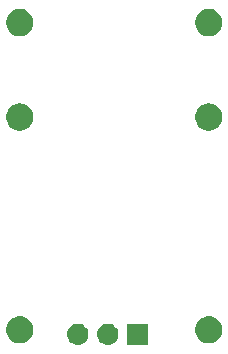
<source format=gbs>
G04 #@! TF.GenerationSoftware,KiCad,Pcbnew,(5.1.2)-1*
G04 #@! TF.CreationDate,2020-07-25T21:03:26+09:00*
G04 #@! TF.ProjectId,cs,63732e6b-6963-4616-945f-706362585858,v1.1*
G04 #@! TF.SameCoordinates,Original*
G04 #@! TF.FileFunction,Soldermask,Bot*
G04 #@! TF.FilePolarity,Negative*
%FSLAX46Y46*%
G04 Gerber Fmt 4.6, Leading zero omitted, Abs format (unit mm)*
G04 Created by KiCad (PCBNEW (5.1.2)-1) date 2020-07-25 21:03:26*
%MOMM*%
%LPD*%
G04 APERTURE LIST*
%ADD10C,0.100000*%
G04 APERTURE END LIST*
D10*
G36*
X144570442Y-137505518D02*
G01*
X144636627Y-137512037D01*
X144806466Y-137563557D01*
X144962991Y-137647222D01*
X144983759Y-137664266D01*
X145100186Y-137759814D01*
X145183448Y-137861271D01*
X145212778Y-137897009D01*
X145296443Y-138053534D01*
X145347963Y-138223373D01*
X145365359Y-138400000D01*
X145347963Y-138576627D01*
X145296443Y-138746466D01*
X145212778Y-138902991D01*
X145183448Y-138938729D01*
X145100186Y-139040186D01*
X145019054Y-139106768D01*
X144962991Y-139152778D01*
X144806466Y-139236443D01*
X144636627Y-139287963D01*
X144570443Y-139294481D01*
X144504260Y-139301000D01*
X144415740Y-139301000D01*
X144349557Y-139294481D01*
X144283373Y-139287963D01*
X144113534Y-139236443D01*
X143957009Y-139152778D01*
X143900946Y-139106768D01*
X143819814Y-139040186D01*
X143736552Y-138938729D01*
X143707222Y-138902991D01*
X143623557Y-138746466D01*
X143572037Y-138576627D01*
X143554641Y-138400000D01*
X143572037Y-138223373D01*
X143623557Y-138053534D01*
X143707222Y-137897009D01*
X143736552Y-137861271D01*
X143819814Y-137759814D01*
X143936241Y-137664266D01*
X143957009Y-137647222D01*
X144113534Y-137563557D01*
X144283373Y-137512037D01*
X144349558Y-137505518D01*
X144415740Y-137499000D01*
X144504260Y-137499000D01*
X144570442Y-137505518D01*
X144570442Y-137505518D01*
G37*
G36*
X147901000Y-139301000D02*
G01*
X146099000Y-139301000D01*
X146099000Y-137499000D01*
X147901000Y-137499000D01*
X147901000Y-139301000D01*
X147901000Y-139301000D01*
G37*
G36*
X142030442Y-137505518D02*
G01*
X142096627Y-137512037D01*
X142266466Y-137563557D01*
X142422991Y-137647222D01*
X142443759Y-137664266D01*
X142560186Y-137759814D01*
X142643448Y-137861271D01*
X142672778Y-137897009D01*
X142756443Y-138053534D01*
X142807963Y-138223373D01*
X142825359Y-138400000D01*
X142807963Y-138576627D01*
X142756443Y-138746466D01*
X142672778Y-138902991D01*
X142643448Y-138938729D01*
X142560186Y-139040186D01*
X142479054Y-139106768D01*
X142422991Y-139152778D01*
X142266466Y-139236443D01*
X142096627Y-139287963D01*
X142030443Y-139294481D01*
X141964260Y-139301000D01*
X141875740Y-139301000D01*
X141809557Y-139294481D01*
X141743373Y-139287963D01*
X141573534Y-139236443D01*
X141417009Y-139152778D01*
X141360946Y-139106768D01*
X141279814Y-139040186D01*
X141196552Y-138938729D01*
X141167222Y-138902991D01*
X141083557Y-138746466D01*
X141032037Y-138576627D01*
X141014641Y-138400000D01*
X141032037Y-138223373D01*
X141083557Y-138053534D01*
X141167222Y-137897009D01*
X141196552Y-137861271D01*
X141279814Y-137759814D01*
X141396241Y-137664266D01*
X141417009Y-137647222D01*
X141573534Y-137563557D01*
X141743373Y-137512037D01*
X141809558Y-137505518D01*
X141875740Y-137499000D01*
X141964260Y-137499000D01*
X142030442Y-137505518D01*
X142030442Y-137505518D01*
G37*
G36*
X137224549Y-136871116D02*
G01*
X137335734Y-136893232D01*
X137545203Y-136979997D01*
X137733720Y-137105960D01*
X137894040Y-137266280D01*
X138020003Y-137454797D01*
X138106768Y-137664266D01*
X138151000Y-137886636D01*
X138151000Y-138113364D01*
X138106768Y-138335734D01*
X138020003Y-138545203D01*
X137894040Y-138733720D01*
X137733720Y-138894040D01*
X137545203Y-139020003D01*
X137335734Y-139106768D01*
X137224549Y-139128884D01*
X137113365Y-139151000D01*
X136886635Y-139151000D01*
X136775451Y-139128884D01*
X136664266Y-139106768D01*
X136454797Y-139020003D01*
X136266280Y-138894040D01*
X136105960Y-138733720D01*
X135979997Y-138545203D01*
X135893232Y-138335734D01*
X135849000Y-138113364D01*
X135849000Y-137886636D01*
X135893232Y-137664266D01*
X135979997Y-137454797D01*
X136105960Y-137266280D01*
X136266280Y-137105960D01*
X136454797Y-136979997D01*
X136664266Y-136893232D01*
X136775451Y-136871116D01*
X136886635Y-136849000D01*
X137113365Y-136849000D01*
X137224549Y-136871116D01*
X137224549Y-136871116D01*
G37*
G36*
X153224549Y-136871116D02*
G01*
X153335734Y-136893232D01*
X153545203Y-136979997D01*
X153733720Y-137105960D01*
X153894040Y-137266280D01*
X154020003Y-137454797D01*
X154106768Y-137664266D01*
X154151000Y-137886636D01*
X154151000Y-138113364D01*
X154106768Y-138335734D01*
X154020003Y-138545203D01*
X153894040Y-138733720D01*
X153733720Y-138894040D01*
X153545203Y-139020003D01*
X153335734Y-139106768D01*
X153224549Y-139128884D01*
X153113365Y-139151000D01*
X152886635Y-139151000D01*
X152775451Y-139128884D01*
X152664266Y-139106768D01*
X152454797Y-139020003D01*
X152266280Y-138894040D01*
X152105960Y-138733720D01*
X151979997Y-138545203D01*
X151893232Y-138335734D01*
X151849000Y-138113364D01*
X151849000Y-137886636D01*
X151893232Y-137664266D01*
X151979997Y-137454797D01*
X152105960Y-137266280D01*
X152266280Y-137105960D01*
X152454797Y-136979997D01*
X152664266Y-136893232D01*
X152775451Y-136871116D01*
X152886635Y-136849000D01*
X153113365Y-136849000D01*
X153224549Y-136871116D01*
X153224549Y-136871116D01*
G37*
G36*
X153224549Y-118871116D02*
G01*
X153335734Y-118893232D01*
X153545203Y-118979997D01*
X153733720Y-119105960D01*
X153894040Y-119266280D01*
X154020003Y-119454797D01*
X154106768Y-119664266D01*
X154151000Y-119886636D01*
X154151000Y-120113364D01*
X154106768Y-120335734D01*
X154020003Y-120545203D01*
X153894040Y-120733720D01*
X153733720Y-120894040D01*
X153545203Y-121020003D01*
X153335734Y-121106768D01*
X153224549Y-121128884D01*
X153113365Y-121151000D01*
X152886635Y-121151000D01*
X152775451Y-121128884D01*
X152664266Y-121106768D01*
X152454797Y-121020003D01*
X152266280Y-120894040D01*
X152105960Y-120733720D01*
X151979997Y-120545203D01*
X151893232Y-120335734D01*
X151849000Y-120113364D01*
X151849000Y-119886636D01*
X151893232Y-119664266D01*
X151979997Y-119454797D01*
X152105960Y-119266280D01*
X152266280Y-119105960D01*
X152454797Y-118979997D01*
X152664266Y-118893232D01*
X152775451Y-118871116D01*
X152886635Y-118849000D01*
X153113365Y-118849000D01*
X153224549Y-118871116D01*
X153224549Y-118871116D01*
G37*
G36*
X137224549Y-118871116D02*
G01*
X137335734Y-118893232D01*
X137545203Y-118979997D01*
X137733720Y-119105960D01*
X137894040Y-119266280D01*
X138020003Y-119454797D01*
X138106768Y-119664266D01*
X138151000Y-119886636D01*
X138151000Y-120113364D01*
X138106768Y-120335734D01*
X138020003Y-120545203D01*
X137894040Y-120733720D01*
X137733720Y-120894040D01*
X137545203Y-121020003D01*
X137335734Y-121106768D01*
X137224549Y-121128884D01*
X137113365Y-121151000D01*
X136886635Y-121151000D01*
X136775451Y-121128884D01*
X136664266Y-121106768D01*
X136454797Y-121020003D01*
X136266280Y-120894040D01*
X136105960Y-120733720D01*
X135979997Y-120545203D01*
X135893232Y-120335734D01*
X135849000Y-120113364D01*
X135849000Y-119886636D01*
X135893232Y-119664266D01*
X135979997Y-119454797D01*
X136105960Y-119266280D01*
X136266280Y-119105960D01*
X136454797Y-118979997D01*
X136664266Y-118893232D01*
X136775451Y-118871116D01*
X136886635Y-118849000D01*
X137113365Y-118849000D01*
X137224549Y-118871116D01*
X137224549Y-118871116D01*
G37*
G36*
X153224549Y-110871116D02*
G01*
X153335734Y-110893232D01*
X153545203Y-110979997D01*
X153733720Y-111105960D01*
X153894040Y-111266280D01*
X154020003Y-111454797D01*
X154106768Y-111664266D01*
X154151000Y-111886636D01*
X154151000Y-112113364D01*
X154106768Y-112335734D01*
X154020003Y-112545203D01*
X153894040Y-112733720D01*
X153733720Y-112894040D01*
X153545203Y-113020003D01*
X153335734Y-113106768D01*
X153224549Y-113128884D01*
X153113365Y-113151000D01*
X152886635Y-113151000D01*
X152775451Y-113128884D01*
X152664266Y-113106768D01*
X152454797Y-113020003D01*
X152266280Y-112894040D01*
X152105960Y-112733720D01*
X151979997Y-112545203D01*
X151893232Y-112335734D01*
X151849000Y-112113364D01*
X151849000Y-111886636D01*
X151893232Y-111664266D01*
X151979997Y-111454797D01*
X152105960Y-111266280D01*
X152266280Y-111105960D01*
X152454797Y-110979997D01*
X152664266Y-110893232D01*
X152775451Y-110871116D01*
X152886635Y-110849000D01*
X153113365Y-110849000D01*
X153224549Y-110871116D01*
X153224549Y-110871116D01*
G37*
G36*
X137224549Y-110871116D02*
G01*
X137335734Y-110893232D01*
X137545203Y-110979997D01*
X137733720Y-111105960D01*
X137894040Y-111266280D01*
X138020003Y-111454797D01*
X138106768Y-111664266D01*
X138151000Y-111886636D01*
X138151000Y-112113364D01*
X138106768Y-112335734D01*
X138020003Y-112545203D01*
X137894040Y-112733720D01*
X137733720Y-112894040D01*
X137545203Y-113020003D01*
X137335734Y-113106768D01*
X137224549Y-113128884D01*
X137113365Y-113151000D01*
X136886635Y-113151000D01*
X136775451Y-113128884D01*
X136664266Y-113106768D01*
X136454797Y-113020003D01*
X136266280Y-112894040D01*
X136105960Y-112733720D01*
X135979997Y-112545203D01*
X135893232Y-112335734D01*
X135849000Y-112113364D01*
X135849000Y-111886636D01*
X135893232Y-111664266D01*
X135979997Y-111454797D01*
X136105960Y-111266280D01*
X136266280Y-111105960D01*
X136454797Y-110979997D01*
X136664266Y-110893232D01*
X136775451Y-110871116D01*
X136886635Y-110849000D01*
X137113365Y-110849000D01*
X137224549Y-110871116D01*
X137224549Y-110871116D01*
G37*
M02*

</source>
